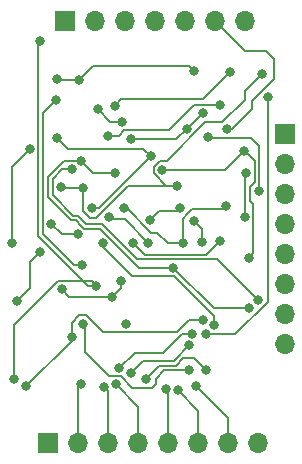
<source format=gbr>
%TF.GenerationSoftware,KiCad,Pcbnew,(6.0.0-0)*%
%TF.CreationDate,2022-01-16T21:32:13-05:00*%
%TF.ProjectId,Shifter-v6,53686966-7465-4722-9d76-362e6b696361,rev?*%
%TF.SameCoordinates,Original*%
%TF.FileFunction,Copper,L2,Bot*%
%TF.FilePolarity,Positive*%
%FSLAX46Y46*%
G04 Gerber Fmt 4.6, Leading zero omitted, Abs format (unit mm)*
G04 Created by KiCad (PCBNEW (6.0.0-0)) date 2022-01-16 21:32:13*
%MOMM*%
%LPD*%
G01*
G04 APERTURE LIST*
%TA.AperFunction,ComponentPad*%
%ADD10R,1.700000X1.700000*%
%TD*%
%TA.AperFunction,ComponentPad*%
%ADD11O,1.700000X1.700000*%
%TD*%
%TA.AperFunction,ViaPad*%
%ADD12C,0.800000*%
%TD*%
%TA.AperFunction,Conductor*%
%ADD13C,0.200000*%
%TD*%
G04 APERTURE END LIST*
D10*
%TO.P,J3,1,Pin_1*%
%TO.N,~{SHR}*%
X166075000Y-65400000D03*
D11*
%TO.P,J3,2,Pin_2*%
%TO.N,~{SHL}*%
X168615000Y-65400000D03*
%TO.P,J3,3,Pin_3*%
%TO.N,~{ROTATE}*%
X171155000Y-65400000D03*
%TO.P,J3,4,Pin_4*%
%TO.N,~{ARITHMETIC}*%
X173695000Y-65400000D03*
%TO.P,J3,5,Pin_5*%
%TO.N,CARRY_OUT*%
X176235000Y-65400000D03*
%TO.P,J3,6,Pin_6*%
%TO.N,GND*%
X178775000Y-65400000D03*
%TO.P,J3,7,Pin_7*%
%TO.N,VCC*%
X181315000Y-65400000D03*
%TD*%
D10*
%TO.P,J2,1,Pin_1*%
%TO.N,Q0*%
X164630000Y-101100000D03*
D11*
%TO.P,J2,2,Pin_2*%
%TO.N,Q1*%
X167170000Y-101100000D03*
%TO.P,J2,3,Pin_3*%
%TO.N,Q2*%
X169710000Y-101100000D03*
%TO.P,J2,4,Pin_4*%
%TO.N,Q3*%
X172250000Y-101100000D03*
%TO.P,J2,5,Pin_5*%
%TO.N,Q4*%
X174790000Y-101100000D03*
%TO.P,J2,6,Pin_6*%
%TO.N,Q5*%
X177330000Y-101100000D03*
%TO.P,J2,7,Pin_7*%
%TO.N,Q6*%
X179870000Y-101100000D03*
%TO.P,J2,8,Pin_8*%
%TO.N,Q7*%
X182410000Y-101100000D03*
%TD*%
D10*
%TO.P,J1,1,Pin_1*%
%TO.N,A0*%
X184700000Y-74970000D03*
D11*
%TO.P,J1,2,Pin_2*%
%TO.N,A1*%
X184700000Y-77510000D03*
%TO.P,J1,3,Pin_3*%
%TO.N,A2*%
X184700000Y-80050000D03*
%TO.P,J1,4,Pin_4*%
%TO.N,A3*%
X184700000Y-82590000D03*
%TO.P,J1,5,Pin_5*%
%TO.N,A4*%
X184700000Y-85130000D03*
%TO.P,J1,6,Pin_6*%
%TO.N,A5*%
X184700000Y-87670000D03*
%TO.P,J1,7,Pin_7*%
%TO.N,A6*%
X184700000Y-90210000D03*
%TO.P,J1,8,Pin_8*%
%TO.N,A7*%
X184700000Y-92750000D03*
%TD*%
D12*
%TO.N,GND*%
X169809961Y-81949204D03*
X174250000Y-78000000D03*
X165350000Y-75250000D03*
X170750000Y-87350000D03*
X179750000Y-74550000D03*
X165750000Y-88100000D03*
X167584622Y-91034622D03*
%TO.N,VCC*%
X182700000Y-69850000D03*
X176925000Y-69575000D03*
X165700000Y-79450000D03*
X163950000Y-84950000D03*
%TO.N,GND*%
X163050000Y-76200000D03*
%TO.N,Net-(U1-Pad11)*%
X170250000Y-72550000D03*
X180050000Y-69700000D03*
%TO.N,VCC*%
X175550000Y-79350000D03*
X167250000Y-70350000D03*
%TO.N,ARITHMETIC*%
X168809285Y-72869290D03*
X170852539Y-73925949D03*
%TO.N,Net-(U1-Pad3)*%
X169693303Y-75085185D03*
X179200000Y-72450000D03*
%TO.N,/ARITHMETIC_AND_A7*%
X171599500Y-75391911D03*
X176350000Y-74500000D03*
X177700000Y-73149500D03*
%TO.N,~{ARITHMETIC}*%
X167500500Y-86014469D03*
X165250000Y-72100000D03*
%TO.N,VCC*%
X167550000Y-79500000D03*
%TO.N,~{ROTATE}*%
X164899500Y-82550000D03*
X167170515Y-83439748D03*
%TO.N,A7*%
X170250000Y-78250000D03*
X167400000Y-77200000D03*
%TO.N,Net-(U3-Pad4)*%
X181300500Y-81978990D03*
X181381496Y-78205920D03*
%TO.N,ROTATE*%
X179650000Y-81050000D03*
X175997305Y-84194384D03*
X171077598Y-81216842D03*
%TO.N,A6*%
X166600000Y-77950000D03*
X182375000Y-88975000D03*
%TO.N,~{SHR}*%
X178650000Y-91150000D03*
X169236144Y-84199011D03*
%TO.N,A7*%
X175200000Y-86250000D03*
X181650000Y-89700000D03*
%TO.N,~{SHL}*%
X163900000Y-67100000D03*
%TO.N,Net-(U2-Pad4)*%
X173214243Y-82185757D03*
X175750000Y-81200000D03*
%TO.N,Net-(U2-Pad6)*%
X179150000Y-84000000D03*
X171834615Y-84134615D03*
%TO.N,Net-(U3-Pad6)*%
X178150000Y-75200000D03*
X182496741Y-79796741D03*
%TO.N,GND*%
X181198436Y-76423076D03*
X173300000Y-76850000D03*
X168300000Y-81250000D03*
X173100000Y-84150000D03*
X181600000Y-85450000D03*
%TO.N,Net-(U3-Pad3)*%
X177650500Y-84127110D03*
X176950000Y-82300000D03*
%TO.N,~{SHL}*%
X161750000Y-95700000D03*
X168708531Y-87812981D03*
%TO.N,GND*%
X169980593Y-88749001D03*
X161550000Y-84150000D03*
%TO.N,VCC*%
X161975000Y-89075000D03*
X165380378Y-70330378D03*
%TO.N,GND*%
X176500000Y-94950000D03*
%TO.N,Net-(U4-Pad11)*%
X177950579Y-91864014D03*
X183200203Y-71789040D03*
%TO.N,VCC*%
X177745631Y-90674415D03*
X166600499Y-92150001D03*
X162700000Y-96300000D03*
%TO.N,A5*%
X170650000Y-94750000D03*
X176810034Y-91878729D03*
%TO.N,A4*%
X171591258Y-95221242D03*
X176580378Y-92851489D03*
%TO.N,A3*%
X172900000Y-95650000D03*
X177999001Y-94962305D03*
%TO.N,A1*%
X171199500Y-90992518D03*
%TO.N,Q1*%
X167400000Y-96150000D03*
%TO.N,Q2*%
X169356350Y-96360311D03*
%TO.N,Q3*%
X170333368Y-96149500D03*
%TO.N,Q4*%
X174581473Y-96507783D03*
%TO.N,Q5*%
X175569851Y-96656490D03*
%TO.N,Q6*%
X177150000Y-96250000D03*
%TD*%
D13*
%TO.N,ROTATE*%
X174744384Y-84194384D02*
X173850000Y-83300000D01*
X175997305Y-84194384D02*
X174744384Y-84194384D01*
X171256085Y-81216842D02*
X171077598Y-81216842D01*
X173339243Y-83300000D02*
X171256085Y-81216842D01*
X173850000Y-83300000D02*
X173339243Y-83300000D01*
%TO.N,GND*%
X170010757Y-82150000D02*
X169809961Y-81949204D01*
X171100000Y-82150000D02*
X170010757Y-82150000D01*
X173100000Y-84150000D02*
X171100000Y-82150000D01*
%TO.N,VCC*%
X167550000Y-79500000D02*
X167550000Y-81489245D01*
X167550000Y-81489245D02*
X168160256Y-82099501D01*
X168160256Y-82099501D02*
X168650499Y-82099501D01*
X168650499Y-82099501D02*
X171400000Y-79350000D01*
X171400000Y-79350000D02*
X175550000Y-79350000D01*
%TO.N,GND*%
X168900000Y-81250000D02*
X168300000Y-81250000D01*
X173300000Y-76850000D02*
X168900000Y-81250000D01*
%TO.N,A6*%
X165800000Y-77950000D02*
X166600000Y-77950000D01*
X167150489Y-81865482D02*
X167150489Y-81849511D01*
X182375000Y-88975000D02*
X178950000Y-85550000D01*
%TO.N,~{ROTATE}*%
X164899500Y-82550000D02*
X165789248Y-83439748D01*
%TO.N,A7*%
X165985006Y-77200000D02*
X167400000Y-77200000D01*
X164600989Y-78584017D02*
X165985006Y-77200000D01*
%TO.N,A6*%
X165000499Y-78749501D02*
X165800000Y-77950000D01*
%TO.N,~{ROTATE}*%
X165789248Y-83439748D02*
X167170515Y-83439748D01*
%TO.N,A7*%
X167435005Y-82714992D02*
X166969035Y-82249022D01*
X166969035Y-82249022D02*
X166534027Y-82249021D01*
X172281945Y-86250000D02*
X168980967Y-82949022D01*
%TO.N,A6*%
X165000499Y-80150499D02*
X165000499Y-78749501D01*
%TO.N,A7*%
X164600988Y-80315981D02*
X164600989Y-78584017D01*
X167669032Y-82949021D02*
X167435005Y-82714992D01*
%TO.N,A6*%
X166699511Y-81849511D02*
X165000499Y-80150499D01*
X167150489Y-81849511D02*
X166699511Y-81849511D01*
X167834516Y-82549510D02*
X167150489Y-81865482D01*
X169165485Y-82549511D02*
X167834516Y-82549510D01*
%TO.N,A7*%
X166534027Y-82249021D02*
X164600988Y-80315981D01*
X175200000Y-86250000D02*
X172281945Y-86250000D01*
X168980967Y-82949022D02*
X167669032Y-82949021D01*
%TO.N,A6*%
X178950000Y-85550000D02*
X172165974Y-85550000D01*
X172165974Y-85550000D02*
X169165485Y-82549511D01*
%TO.N,Net-(U2-Pad4)*%
X175750000Y-81200000D02*
X175515033Y-81434967D01*
X175515033Y-81434967D02*
X173965033Y-81434967D01*
X173965033Y-81434967D02*
X173214243Y-82185757D01*
%TO.N,Net-(U2-Pad6)*%
X179150000Y-84000000D02*
X178000000Y-85150000D01*
X178000000Y-85150000D02*
X172850000Y-85150000D01*
X172850000Y-85150000D02*
X171834615Y-84134615D01*
%TO.N,VCC*%
X177890243Y-73950000D02*
X174639744Y-77200499D01*
X179360755Y-73950000D02*
X177890243Y-73950000D01*
X173550499Y-77710256D02*
X173550499Y-78289744D01*
X181250000Y-72060755D02*
X179360755Y-73950000D01*
X181250000Y-71300000D02*
X181250000Y-72060755D01*
X173550499Y-78289744D02*
X174610755Y-79350000D01*
X174060256Y-77200499D02*
X173550499Y-77710256D01*
X174610755Y-79350000D02*
X175550000Y-79350000D01*
X174639744Y-77200499D02*
X174060256Y-77200499D01*
%TO.N,GND*%
X181198436Y-76423076D02*
X179621512Y-78000000D01*
%TO.N,VCC*%
X182700000Y-69850000D02*
X181250000Y-71300000D01*
%TO.N,GND*%
X179621512Y-78000000D02*
X174250000Y-78000000D01*
X165350000Y-75250000D02*
X166300000Y-76200000D01*
X166300000Y-76200000D02*
X172650000Y-76200000D01*
X172650000Y-76200000D02*
X173300000Y-76850000D01*
X165750000Y-88100000D02*
X166399001Y-88749001D01*
X170750000Y-87979594D02*
X169980593Y-88749001D01*
X170750000Y-87350000D02*
X170750000Y-87979594D01*
X166399001Y-88749001D02*
X169980593Y-88749001D01*
%TO.N,~{SHR}*%
X178650000Y-91150000D02*
X178650000Y-90350000D01*
X171700000Y-86950000D02*
X169236144Y-84486144D01*
X178650000Y-90350000D02*
X175250000Y-86950000D01*
X175250000Y-86950000D02*
X171700000Y-86950000D01*
X169236144Y-84486144D02*
X169236144Y-84199011D01*
%TO.N,Net-(U3-Pad6)*%
X181749501Y-75249501D02*
X182499511Y-75999511D01*
%TO.N,GND*%
X181850000Y-72150000D02*
X181850000Y-72850000D01*
%TO.N,Net-(U3-Pad6)*%
X178150000Y-75200000D02*
X178199501Y-75249501D01*
%TO.N,GND*%
X178775000Y-65400000D02*
X181325000Y-67950000D01*
%TO.N,Net-(U3-Pad6)*%
X178199501Y-75249501D02*
X181749501Y-75249501D01*
%TO.N,GND*%
X180150000Y-74550000D02*
X179750000Y-74550000D01*
%TO.N,Net-(U4-Pad11)*%
X177950579Y-91864014D02*
X180475231Y-91864014D01*
%TO.N,Net-(U3-Pad6)*%
X182499511Y-79793971D02*
X182496741Y-79796741D01*
%TO.N,GND*%
X181850000Y-72850000D02*
X180150000Y-74550000D01*
X183750000Y-70250000D02*
X181850000Y-72150000D01*
%TO.N,Net-(U3-Pad6)*%
X182499511Y-75999511D02*
X182499511Y-79793971D01*
%TO.N,Net-(U4-Pad11)*%
X180475231Y-91864014D02*
X183196242Y-89143003D01*
X183196242Y-89143003D02*
X183196242Y-71793001D01*
X183196242Y-71793001D02*
X183200203Y-71789040D01*
%TO.N,GND*%
X181325000Y-67950000D02*
X183100000Y-67950000D01*
X183750000Y-68600000D02*
X183750000Y-70250000D01*
X183100000Y-67950000D02*
X183750000Y-68600000D01*
%TO.N,Net-(U3-Pad4)*%
X181300490Y-81978980D02*
X181300500Y-81978990D01*
%TO.N,GND*%
X182100000Y-77200000D02*
X182100000Y-79050000D01*
%TO.N,Net-(U3-Pad4)*%
X181300490Y-78286926D02*
X181300490Y-81978980D01*
%TO.N,GND*%
X181323076Y-76423076D02*
X182100000Y-77200000D01*
%TO.N,Net-(U3-Pad4)*%
X181381496Y-78205920D02*
X181300490Y-78286926D01*
%TO.N,GND*%
X181198436Y-76423076D02*
X181323076Y-76423076D01*
X182100000Y-79050000D02*
X181700000Y-79450000D01*
X181700000Y-79450000D02*
X181700000Y-80600000D01*
X181700000Y-80600000D02*
X182000000Y-80900000D01*
X182000000Y-80900000D02*
X182000000Y-85050000D01*
X182000000Y-85050000D02*
X181600000Y-85450000D01*
X163050000Y-76200000D02*
X161550000Y-77700000D01*
X161550000Y-77700000D02*
X161550000Y-84150000D01*
%TO.N,~{SHL}*%
X168296049Y-87400499D02*
X168708531Y-87812981D01*
X161750000Y-95700000D02*
X161750000Y-91110755D01*
X165460256Y-87400499D02*
X168296049Y-87400499D01*
X161750000Y-91110755D02*
X165460256Y-87400499D01*
%TO.N,~{ARITHMETIC}*%
X165250000Y-72100000D02*
X164200000Y-73150000D01*
X164200000Y-83450000D02*
X166764469Y-86014469D01*
X166764469Y-86014469D02*
X167500500Y-86014469D01*
X164200000Y-73150000D02*
X164200000Y-83450000D01*
%TO.N,GND*%
X169800000Y-95450000D02*
X167750000Y-93400000D01*
X173450000Y-96450000D02*
X171750000Y-96450000D01*
X173750000Y-96150000D02*
X173450000Y-96450000D01*
X174450000Y-94950000D02*
X173750000Y-95650000D01*
X167750000Y-91200000D02*
X167584622Y-91034622D01*
X176500000Y-94950000D02*
X174450000Y-94950000D01*
X170750000Y-95450000D02*
X169800000Y-95450000D01*
X171750000Y-96450000D02*
X170750000Y-95450000D01*
X167750000Y-93400000D02*
X167750000Y-91200000D01*
X173750000Y-95650000D02*
X173750000Y-96150000D01*
%TO.N,VCC*%
X162700000Y-96300000D02*
X162750000Y-96300000D01*
X167210256Y-90300499D02*
X166600499Y-90910256D01*
X167839744Y-90300499D02*
X167210256Y-90300499D01*
X175515482Y-91734518D02*
X169273763Y-91734518D01*
X176575585Y-90674415D02*
X175515482Y-91734518D01*
X177745631Y-90674415D02*
X176575585Y-90674415D01*
X166600499Y-90910256D02*
X166600499Y-92150001D01*
X169273763Y-91734518D02*
X167839744Y-90300499D01*
X162750000Y-96300000D02*
X166600499Y-92449501D01*
X166600499Y-92449501D02*
X166600499Y-92150001D01*
%TO.N,~{SHL}*%
X163750489Y-67249511D02*
X163750489Y-83565483D01*
X163900000Y-67100000D02*
X163750489Y-67249511D01*
X163750489Y-83565483D02*
X167997987Y-87812981D01*
X167997987Y-87812981D02*
X168708531Y-87812981D01*
%TO.N,Q2*%
X169710000Y-96713961D02*
X169356350Y-96360311D01*
%TO.N,Q3*%
X172250000Y-101100000D02*
X172250000Y-98066132D01*
X172250000Y-98066132D02*
X170333368Y-96149500D01*
%TO.N,Q2*%
X169710000Y-101100000D02*
X169710000Y-96713961D01*
%TO.N,A3*%
X173999511Y-94550489D02*
X172900000Y-95650000D01*
X175460266Y-94550489D02*
X173999511Y-94550489D01*
X176060256Y-93950499D02*
X175460266Y-94550489D01*
X176987195Y-93950499D02*
X176060256Y-93950499D01*
X177999001Y-94962305D02*
X176987195Y-93950499D01*
%TO.N,Q4*%
X174790000Y-101100000D02*
X174790000Y-96716310D01*
%TO.N,Q5*%
X177330000Y-98416639D02*
X175569851Y-96656490D01*
%TO.N,A4*%
X176568772Y-92851489D02*
X175269283Y-94150978D01*
%TO.N,Q5*%
X177330000Y-101100000D02*
X177330000Y-98416639D01*
%TO.N,A4*%
X175269283Y-94150978D02*
X172661522Y-94150978D01*
X176580378Y-92851489D02*
X176568772Y-92851489D01*
X172661522Y-94150978D02*
X171591258Y-95221242D01*
%TO.N,Q4*%
X174790000Y-96716310D02*
X174581473Y-96507783D01*
%TO.N,VCC*%
X176925000Y-69575000D02*
X176550000Y-69200000D01*
X176550000Y-69200000D02*
X168400000Y-69200000D01*
X168400000Y-69200000D02*
X167250000Y-70350000D01*
X165750000Y-79500000D02*
X165700000Y-79450000D01*
X167550000Y-79500000D02*
X165750000Y-79500000D01*
X163950000Y-84950000D02*
X163100000Y-85800000D01*
X163100000Y-85800000D02*
X163100000Y-87950000D01*
X163100000Y-87950000D02*
X161975000Y-89075000D01*
%TO.N,Net-(U1-Pad11)*%
X180050000Y-69700000D02*
X177750000Y-72000000D01*
X177750000Y-72000000D02*
X170800000Y-72000000D01*
X170800000Y-72000000D02*
X170250000Y-72550000D01*
%TO.N,Net-(U1-Pad3)*%
X171073019Y-74625450D02*
X170613284Y-75085185D01*
%TO.N,ARITHMETIC*%
X169865944Y-73925949D02*
X170852539Y-73925949D01*
%TO.N,Net-(U1-Pad3)*%
X170613284Y-75085185D02*
X169693303Y-75085185D01*
X177000000Y-72450000D02*
X174824550Y-74625450D01*
X174824550Y-74625450D02*
X171073019Y-74625450D01*
%TO.N,ARITHMETIC*%
X168809285Y-72869290D02*
X169865944Y-73925949D01*
%TO.N,Net-(U1-Pad3)*%
X179200000Y-72450000D02*
X177000000Y-72450000D01*
%TO.N,VCC*%
X165400000Y-70350000D02*
X165380378Y-70330378D01*
X167250000Y-70350000D02*
X165400000Y-70350000D01*
%TO.N,/ARITHMETIC_AND_A7*%
X171607589Y-75400000D02*
X171599500Y-75391911D01*
X175450000Y-75400000D02*
X171607589Y-75400000D01*
X176350000Y-74500000D02*
X175450000Y-75400000D01*
X176350000Y-74499500D02*
X177700000Y-73149500D01*
X176350000Y-74500000D02*
X176350000Y-74499500D01*
%TO.N,A7*%
X168450000Y-78250000D02*
X167400000Y-77200000D01*
X170250000Y-78250000D02*
X168450000Y-78250000D01*
%TO.N,Net-(U3-Pad3)*%
X176950000Y-82300000D02*
X177650500Y-83000500D01*
X177650500Y-83000500D02*
X177650500Y-84127110D01*
%TO.N,ROTATE*%
X179400000Y-81300000D02*
X179650000Y-81050000D01*
X175997305Y-82102695D02*
X176400000Y-81700000D01*
X176800000Y-81300000D02*
X178600000Y-81300000D01*
X176400000Y-81700000D02*
X176800000Y-81300000D01*
X178600000Y-81300000D02*
X179400000Y-81300000D01*
X175997305Y-84194384D02*
X175997305Y-82102695D01*
%TO.N,A7*%
X175200000Y-86250000D02*
X178650000Y-89700000D01*
X178650000Y-89700000D02*
X181650000Y-89700000D01*
%TO.N,Q6*%
X179870000Y-98970000D02*
X177150000Y-96250000D01*
X179870000Y-101100000D02*
X179870000Y-98970000D01*
%TO.N,A5*%
X171950490Y-93449510D02*
X174365484Y-93449510D01*
X174365484Y-93449510D02*
X175936265Y-91878729D01*
X175936265Y-91878729D02*
X176810034Y-91878729D01*
X170650000Y-94750000D02*
X171950490Y-93449510D01*
%TO.N,Q1*%
X167400000Y-96150000D02*
X167170000Y-96380000D01*
X167170000Y-96380000D02*
X167170000Y-101100000D01*
%TD*%
M02*

</source>
